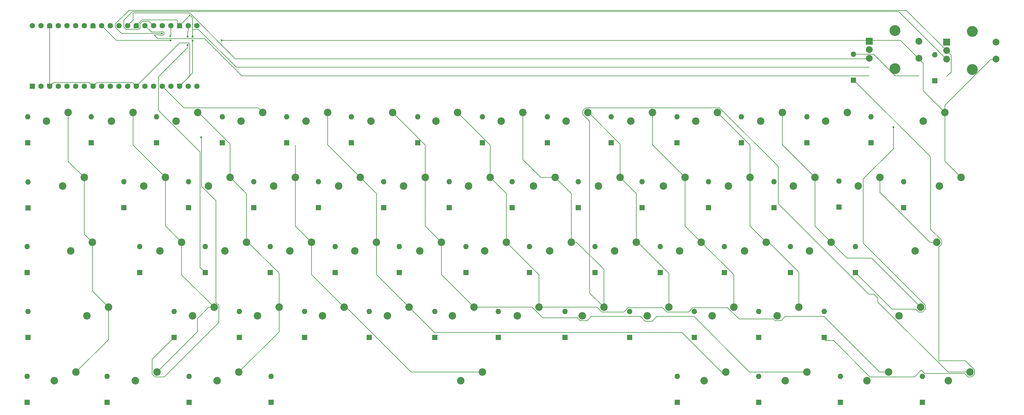
<source format=gbr>
%TF.GenerationSoftware,KiCad,Pcbnew,9.0.0*%
%TF.CreationDate,2025-06-15T21:52:09+05:30*%
%TF.ProjectId,keyboard,6b657962-6f61-4726-942e-6b696361645f,rev?*%
%TF.SameCoordinates,Original*%
%TF.FileFunction,Copper,L2,Bot*%
%TF.FilePolarity,Positive*%
%FSLAX46Y46*%
G04 Gerber Fmt 4.6, Leading zero omitted, Abs format (unit mm)*
G04 Created by KiCad (PCBNEW 9.0.0) date 2025-06-15 21:52:09*
%MOMM*%
%LPD*%
G01*
G04 APERTURE LIST*
G04 Aperture macros list*
%AMRoundRect*
0 Rectangle with rounded corners*
0 $1 Rounding radius*
0 $2 $3 $4 $5 $6 $7 $8 $9 X,Y pos of 4 corners*
0 Add a 4 corners polygon primitive as box body*
4,1,4,$2,$3,$4,$5,$6,$7,$8,$9,$2,$3,0*
0 Add four circle primitives for the rounded corners*
1,1,$1+$1,$2,$3*
1,1,$1+$1,$4,$5*
1,1,$1+$1,$6,$7*
1,1,$1+$1,$8,$9*
0 Add four rect primitives between the rounded corners*
20,1,$1+$1,$2,$3,$4,$5,0*
20,1,$1+$1,$4,$5,$6,$7,0*
20,1,$1+$1,$6,$7,$8,$9,0*
20,1,$1+$1,$8,$9,$2,$3,0*%
%AMFreePoly0*
4,1,37,0.603843,0.796157,0.639018,0.796157,0.711114,0.766294,0.766294,0.711114,0.796157,0.639018,0.796157,0.603843,0.800000,0.600000,0.800000,-0.600000,0.796157,-0.603843,0.796157,-0.639018,0.766294,-0.711114,0.711114,-0.766294,0.639018,-0.796157,0.603843,-0.796157,0.600000,-0.800000,0.000000,-0.800000,0.000000,-0.796148,-0.078414,-0.796148,-0.232228,-0.765552,-0.377117,-0.705537,
-0.507515,-0.618408,-0.618408,-0.507515,-0.705537,-0.377117,-0.765552,-0.232228,-0.796148,-0.078414,-0.796148,0.078414,-0.765552,0.232228,-0.705537,0.377117,-0.618408,0.507515,-0.507515,0.618408,-0.377117,0.705537,-0.232228,0.765552,-0.078414,0.796148,0.000000,0.796148,0.000000,0.800000,0.600000,0.800000,0.603843,0.796157,0.603843,0.796157,$1*%
%AMFreePoly1*
4,1,37,0.000000,0.796148,0.078414,0.796148,0.232228,0.765552,0.377117,0.705537,0.507515,0.618408,0.618408,0.507515,0.705537,0.377117,0.765552,0.232228,0.796148,0.078414,0.796148,-0.078414,0.765552,-0.232228,0.705537,-0.377117,0.618408,-0.507515,0.507515,-0.618408,0.377117,-0.705537,0.232228,-0.765552,0.078414,-0.796148,0.000000,-0.796148,0.000000,-0.800000,-0.600000,-0.800000,
-0.603843,-0.796157,-0.639018,-0.796157,-0.711114,-0.766294,-0.766294,-0.711114,-0.796157,-0.639018,-0.796157,-0.603843,-0.800000,-0.600000,-0.800000,0.600000,-0.796157,0.603843,-0.796157,0.639018,-0.766294,0.711114,-0.711114,0.766294,-0.639018,0.796157,-0.603843,0.796157,-0.600000,0.800000,0.000000,0.800000,0.000000,0.796148,0.000000,0.796148,$1*%
G04 Aperture macros list end*
%TA.AperFunction,ComponentPad*%
%ADD10C,2.200000*%
%TD*%
%TA.AperFunction,ComponentPad*%
%ADD11R,1.600000X1.600000*%
%TD*%
%TA.AperFunction,ComponentPad*%
%ADD12O,1.600000X1.600000*%
%TD*%
%TA.AperFunction,ComponentPad*%
%ADD13RoundRect,0.200000X0.600000X-0.600000X0.600000X0.600000X-0.600000X0.600000X-0.600000X-0.600000X0*%
%TD*%
%TA.AperFunction,ComponentPad*%
%ADD14C,1.600000*%
%TD*%
%TA.AperFunction,ComponentPad*%
%ADD15FreePoly0,90.000000*%
%TD*%
%TA.AperFunction,ComponentPad*%
%ADD16FreePoly1,90.000000*%
%TD*%
%TA.AperFunction,ComponentPad*%
%ADD17R,2.000000X2.000000*%
%TD*%
%TA.AperFunction,ComponentPad*%
%ADD18C,2.000000*%
%TD*%
%TA.AperFunction,ComponentPad*%
%ADD19C,3.200000*%
%TD*%
%TA.AperFunction,ViaPad*%
%ADD20C,0.600000*%
%TD*%
%TA.AperFunction,Conductor*%
%ADD21C,0.200000*%
%TD*%
G04 APERTURE END LIST*
D10*
%TO.P,SW7,1,1*%
%TO.N,Net-(U1-GPIO9)*%
X140710000Y-48710000D03*
%TO.P,SW7,2,2*%
%TO.N,Net-(D7-A)*%
X134360000Y-51250000D03*
%TD*%
%TO.P,SW45,1,1*%
%TO.N,Net-(U1-GPIO12)*%
X107420000Y-105870000D03*
%TO.P,SW45,2,2*%
%TO.N,Net-(D45-A)*%
X101070000Y-108410000D03*
%TD*%
%TO.P,SW58,1,1*%
%TO.N,Net-(U1-GPIO11)*%
X219350000Y-124920000D03*
%TO.P,SW58,2,2*%
%TO.N,Net-(D58-A)*%
X213000000Y-127460000D03*
%TD*%
%TO.P,SW30,1,1*%
%TO.N,Net-(U1-GPIO14)*%
X59760000Y-86780000D03*
%TO.P,SW30,2,2*%
%TO.N,Net-(D30-A)*%
X53410000Y-89320000D03*
%TD*%
%TO.P,SW49,1,1*%
%TO.N,Net-(U1-GPIO8)*%
X183590000Y-105850000D03*
%TO.P,SW49,2,2*%
%TO.N,Net-(D49-A)*%
X177240000Y-108390000D03*
%TD*%
%TO.P,SW43,1,1*%
%TO.N,Net-(U1-GPIO14)*%
X69270000Y-105860000D03*
%TO.P,SW43,2,2*%
%TO.N,Net-(D43-A)*%
X62920000Y-108400000D03*
%TD*%
%TO.P,SW18,1,1*%
%TO.N,Net-(U1-GPIO12)*%
X93110000Y-67770000D03*
%TO.P,SW18,2,2*%
%TO.N,Net-(D18-A)*%
X86760000Y-70310000D03*
%TD*%
%TO.P,SW22,1,1*%
%TO.N,Net-(U1-GPIO8)*%
X169330000Y-67770000D03*
%TO.P,SW22,2,2*%
%TO.N,Net-(D22-A)*%
X162980000Y-70310000D03*
%TD*%
%TO.P,SW10,1,1*%
%TO.N,Net-(U1-GPIO6)*%
X197870000Y-48710000D03*
%TO.P,SW10,2,2*%
%TO.N,Net-(D10-A)*%
X191520000Y-51250000D03*
%TD*%
%TO.P,SW59,1,1*%
%TO.N,Net-(U1-GPIO10)*%
X243170000Y-124890000D03*
%TO.P,SW59,2,2*%
%TO.N,Net-(D59-A)*%
X236820000Y-127430000D03*
%TD*%
%TO.P,SW57,1,1*%
%TO.N,Net-(U1-GPIO12)*%
X147960000Y-124920000D03*
%TO.P,SW57,2,2*%
%TO.N,Net-(D57-A)*%
X141610000Y-127460000D03*
%TD*%
%TO.P,SW25,1,1*%
%TO.N,Net-(U1-GPIO0)*%
X226470000Y-67770000D03*
%TO.P,SW25,2,2*%
%TO.N,Net-(D25-A)*%
X220120000Y-70310000D03*
%TD*%
%TO.P,SW52,1,1*%
%TO.N,Net-(U1-GPIO0)*%
X240740000Y-105850000D03*
%TO.P,SW52,2,2*%
%TO.N,Net-(D52-A)*%
X234390000Y-108390000D03*
%TD*%
D11*
%TO.P,D50,1,K*%
%TO.N,Net-(D42-K)*%
X191120000Y-114740000D03*
D12*
%TO.P,D50,2,A*%
%TO.N,Net-(D50-A)*%
X191120000Y-107120000D03*
%TD*%
D10*
%TO.P,SW51,1,1*%
%TO.N,Net-(U1-GPIO6)*%
X221670000Y-105850000D03*
%TO.P,SW51,2,2*%
%TO.N,Net-(D51-A)*%
X215320000Y-108390000D03*
%TD*%
%TO.P,SW26,1,1*%
%TO.N,Net-(U1-GPIO1)*%
X245520000Y-67770000D03*
%TO.P,SW26,2,2*%
%TO.N,Net-(D26-A)*%
X239170000Y-70310000D03*
%TD*%
%TO.P,SW16,1,1*%
%TO.N,Net-(U1-GPIO14)*%
X54980000Y-67770000D03*
%TO.P,SW16,2,2*%
%TO.N,Net-(D16-A)*%
X48630000Y-70310000D03*
%TD*%
%TO.P,SW34,1,1*%
%TO.N,Net-(U1-GPIO10)*%
X135930000Y-86780000D03*
%TO.P,SW34,2,2*%
%TO.N,Net-(D34-A)*%
X129580000Y-89320000D03*
%TD*%
%TO.P,SW28,1,1*%
%TO.N,Net-(U1-GPIO27_ADC1)*%
X288350000Y-67770000D03*
%TO.P,SW28,2,2*%
%TO.N,Net-(D28-A)*%
X282000000Y-70310000D03*
%TD*%
%TO.P,SW60,1,1*%
%TO.N,Net-(U1-GPIO9)*%
X267100000Y-124920000D03*
%TO.P,SW60,2,2*%
%TO.N,Net-(D60-A)*%
X260750000Y-127460000D03*
%TD*%
%TO.P,SW36,1,1*%
%TO.N,Net-(U1-GPIO8)*%
X174020000Y-86780000D03*
%TO.P,SW36,2,2*%
%TO.N,Net-(D36-A)*%
X167670000Y-89320000D03*
%TD*%
%TO.P,SW15,1,1*%
%TO.N,Net-(U1-GPIO15)*%
X31170000Y-67770000D03*
%TO.P,SW15,2,2*%
%TO.N,Net-(D15-A)*%
X24820000Y-70310000D03*
%TD*%
%TO.P,SW4,1,1*%
%TO.N,Net-(U1-GPIO12)*%
X83570000Y-48710000D03*
%TO.P,SW4,2,2*%
%TO.N,Net-(D4-A)*%
X77220000Y-51250000D03*
%TD*%
%TO.P,SW38,1,1*%
%TO.N,Net-(U1-GPIO6)*%
X212170000Y-86780000D03*
%TO.P,SW38,2,2*%
%TO.N,Net-(D38-A)*%
X205820000Y-89320000D03*
%TD*%
%TO.P,SW35,1,1*%
%TO.N,Net-(U1-GPIO9)*%
X154990000Y-86780000D03*
%TO.P,SW35,2,2*%
%TO.N,Net-(D35-A)*%
X148640000Y-89320000D03*
%TD*%
%TO.P,SW44,1,1*%
%TO.N,Net-(U1-GPIO13)*%
X88350000Y-105880000D03*
%TO.P,SW44,2,2*%
%TO.N,Net-(D44-A)*%
X82000000Y-108420000D03*
%TD*%
%TO.P,SW31,1,1*%
%TO.N,Net-(U1-GPIO13)*%
X78790000Y-86780000D03*
%TO.P,SW31,2,2*%
%TO.N,Net-(D31-A)*%
X72440000Y-89320000D03*
%TD*%
%TO.P,SW33,1,1*%
%TO.N,Net-(U1-GPIO11)*%
X116880000Y-86780000D03*
%TO.P,SW33,2,2*%
%TO.N,Net-(D33-A)*%
X110530000Y-89320000D03*
%TD*%
%TO.P,SW23,1,1*%
%TO.N,Net-(U1-GPIO7)*%
X188390000Y-67770000D03*
%TO.P,SW23,2,2*%
%TO.N,Net-(D23-A)*%
X182040000Y-70310000D03*
%TD*%
%TO.P,SW41,1,1*%
%TO.N,Net-(U1-GPIO28_ADC2)*%
X281230000Y-86790000D03*
%TO.P,SW41,2,2*%
%TO.N,Net-(D41-A)*%
X274880000Y-89330000D03*
%TD*%
%TO.P,SW21,1,1*%
%TO.N,Net-(U1-GPIO9)*%
X150280000Y-67770000D03*
%TO.P,SW21,2,2*%
%TO.N,Net-(D21-A)*%
X143930000Y-70310000D03*
%TD*%
%TO.P,SW17,1,1*%
%TO.N,Net-(U1-GPIO13)*%
X74010000Y-67770000D03*
%TO.P,SW17,2,2*%
%TO.N,Net-(D17-A)*%
X67660000Y-70310000D03*
%TD*%
%TO.P,SW14,1,1*%
%TO.N,Net-(U1-GPIO27_ADC1)*%
X283590000Y-48710000D03*
%TO.P,SW14,2,2*%
%TO.N,Net-(D14-A)*%
X277240000Y-51250000D03*
%TD*%
%TO.P,SW19,1,1*%
%TO.N,Net-(U1-GPIO11)*%
X112150000Y-67770000D03*
%TO.P,SW19,2,2*%
%TO.N,Net-(D19-A)*%
X105800000Y-70310000D03*
%TD*%
%TO.P,SW27,1,1*%
%TO.N,Net-(U1-GPIO28_ADC2)*%
X264570000Y-67770000D03*
%TO.P,SW27,2,2*%
%TO.N,Net-(D27-A)*%
X258220000Y-70310000D03*
%TD*%
%TO.P,SW12,1,1*%
%TO.N,Net-(U1-GPIO1)*%
X235970000Y-48710000D03*
%TO.P,SW12,2,2*%
%TO.N,Net-(D12-A)*%
X229620000Y-51250000D03*
%TD*%
%TO.P,SW61,1,1*%
%TO.N,Net-(U1-GPIO8)*%
X290930000Y-124920000D03*
%TO.P,SW61,2,2*%
%TO.N,Net-(D61-A)*%
X284580000Y-127460000D03*
%TD*%
%TO.P,SW8,1,1*%
%TO.N,Net-(U1-GPIO8)*%
X159790000Y-48710000D03*
%TO.P,SW8,2,2*%
%TO.N,Net-(D8-A)*%
X153440000Y-51250000D03*
%TD*%
%TO.P,SW48,1,1*%
%TO.N,Net-(U1-GPIO9)*%
X164550000Y-105860000D03*
%TO.P,SW48,2,2*%
%TO.N,Net-(D48-A)*%
X158200000Y-108400000D03*
%TD*%
D13*
%TO.P,U1,1,GPIO0*%
%TO.N,Net-(U1-GPIO0)*%
X15970000Y-40960000D03*
D14*
%TO.P,U1,2,GPIO1*%
%TO.N,Net-(U1-GPIO1)*%
X18510000Y-40960000D03*
D15*
%TO.P,U1,3,GND*%
%TO.N,GND*%
X21050000Y-40960000D03*
D14*
%TO.P,U1,4,GPIO2*%
%TO.N,unconnected-(U1-GPIO2-Pad4)*%
X23590000Y-40960000D03*
%TO.P,U1,5,GPIO3*%
%TO.N,unconnected-(U1-GPIO3-Pad5)*%
X26130000Y-40960000D03*
%TO.P,U1,6,GPIO4*%
%TO.N,Net-(D1-K)*%
X28670000Y-40960000D03*
%TO.P,U1,7,GPIO5*%
%TO.N,Net-(D15-K)*%
X31210000Y-40960000D03*
D15*
%TO.P,U1,8,GND*%
%TO.N,GND*%
X33750000Y-40960000D03*
D14*
%TO.P,U1,9,GPIO6*%
%TO.N,Net-(U1-GPIO6)*%
X36290000Y-40960000D03*
%TO.P,U1,10,GPIO7*%
%TO.N,Net-(U1-GPIO7)*%
X38830000Y-40960000D03*
%TO.P,U1,11,GPIO8*%
%TO.N,Net-(U1-GPIO8)*%
X41370000Y-40960000D03*
%TO.P,U1,12,GPIO9*%
%TO.N,Net-(U1-GPIO9)*%
X43910000Y-40960000D03*
D15*
%TO.P,U1,13,GND*%
%TO.N,GND*%
X46450000Y-40960000D03*
D14*
%TO.P,U1,14,GPIO10*%
%TO.N,Net-(U1-GPIO10)*%
X48990000Y-40960000D03*
%TO.P,U1,15,GPIO11*%
%TO.N,Net-(U1-GPIO11)*%
X51530000Y-40960000D03*
%TO.P,U1,16,GPIO12*%
%TO.N,Net-(U1-GPIO12)*%
X54070000Y-40960000D03*
%TO.P,U1,17,GPIO13*%
%TO.N,Net-(U1-GPIO13)*%
X56610000Y-40960000D03*
D15*
%TO.P,U1,18,GND*%
%TO.N,GND*%
X59150000Y-40960000D03*
D14*
%TO.P,U1,19,GPIO14*%
%TO.N,Net-(U1-GPIO14)*%
X61690000Y-40960000D03*
%TO.P,U1,20,GPIO15*%
%TO.N,Net-(U1-GPIO15)*%
X64230000Y-40960000D03*
%TO.P,U1,21,GPIO16*%
%TO.N,unconnected-(U1-GPIO16-Pad21)*%
X64230000Y-23180000D03*
%TO.P,U1,22,GPIO17*%
%TO.N,Net-(D29-K)*%
X61690000Y-23180000D03*
D16*
%TO.P,U1,23,GND*%
%TO.N,GND*%
X59150000Y-23180000D03*
D14*
%TO.P,U1,24,GPIO18*%
%TO.N,Net-(D42-K)*%
X56610000Y-23180000D03*
%TO.P,U1,25,GPIO19*%
%TO.N,uncb*%
X54070000Y-23180000D03*
%TO.P,U1,26,GPIO20*%
%TO.N,unca*%
X51530000Y-23180000D03*
%TO.P,U1,27,GPIO21*%
%TO.N,encb*%
X48990000Y-23180000D03*
D16*
%TO.P,U1,28,GND*%
%TO.N,GND*%
X46450000Y-23180000D03*
D14*
%TO.P,U1,29,GPIO22*%
%TO.N,enca*%
X43910000Y-23180000D03*
%TO.P,U1,30,RUN*%
%TO.N,unconnected-(U1-RUN-Pad30)*%
X41370000Y-23180000D03*
%TO.P,U1,31,GPIO26_ADC0*%
%TO.N,Net-(D54-K)*%
X38830000Y-23180000D03*
%TO.P,U1,32,GPIO27_ADC1*%
%TO.N,Net-(U1-GPIO27_ADC1)*%
X36290000Y-23180000D03*
D16*
%TO.P,U1,33,AGND*%
%TO.N,unconnected-(U1-AGND-Pad33)*%
X33750000Y-23180000D03*
D14*
%TO.P,U1,34,GPIO28_ADC2*%
%TO.N,Net-(U1-GPIO28_ADC2)*%
X31210000Y-23180000D03*
%TO.P,U1,35,ADC_VREF*%
%TO.N,unconnected-(U1-ADC_VREF-Pad35)*%
X28670000Y-23180000D03*
%TO.P,U1,36,3V3*%
%TO.N,unconnected-(U1-3V3-Pad36)*%
X26130000Y-23180000D03*
%TO.P,U1,37,3V3_EN*%
%TO.N,unconnected-(U1-3V3_EN-Pad37)*%
X23590000Y-23180000D03*
D16*
%TO.P,U1,38,GND*%
%TO.N,GND*%
X21050000Y-23180000D03*
D14*
%TO.P,U1,39,VSYS*%
%TO.N,unconnected-(U1-VSYS-Pad39)*%
X18510000Y-23180000D03*
%TO.P,U1,40,VBUS*%
%TO.N,unconnected-(U1-VBUS-Pad40)*%
X15970000Y-23180000D03*
%TD*%
D10*
%TO.P,SW50,1,1*%
%TO.N,Net-(U1-GPIO7)*%
X202640000Y-105850000D03*
%TO.P,SW50,2,2*%
%TO.N,Net-(D50-A)*%
X196290000Y-108390000D03*
%TD*%
%TO.P,SW37,1,1*%
%TO.N,Net-(U1-GPIO7)*%
X193120000Y-86780000D03*
%TO.P,SW37,2,2*%
%TO.N,Net-(D37-A)*%
X186770000Y-89320000D03*
%TD*%
D17*
%TO.P,SW62,A,A*%
%TO.N,unca*%
X284130000Y-28000000D03*
D18*
%TO.P,SW62,B,B*%
%TO.N,uncb*%
X284130000Y-33000000D03*
%TO.P,SW62,C,C*%
%TO.N,GND*%
X284130000Y-30500000D03*
D19*
%TO.P,SW62,MP*%
%TO.N,N/C*%
X291630000Y-24900000D03*
X291630000Y-36100000D03*
D18*
%TO.P,SW62,S1,S1*%
%TO.N,Net-(D62-A)*%
X298630000Y-33000000D03*
%TO.P,SW62,S2,S2*%
%TO.N,Net-(U1-GPIO27_ADC1)*%
X298630000Y-28000000D03*
%TD*%
D10*
%TO.P,SW3,1,1*%
%TO.N,Net-(U1-GPIO13)*%
X64510000Y-48710000D03*
%TO.P,SW3,2,2*%
%TO.N,Net-(D3-A)*%
X58160000Y-51250000D03*
%TD*%
%TO.P,SW56,1,1*%
%TO.N,Net-(U1-GPIO13)*%
X76540000Y-124920000D03*
%TO.P,SW56,2,2*%
%TO.N,Net-(D56-A)*%
X70190000Y-127460000D03*
%TD*%
%TO.P,SW42,1,1*%
%TO.N,Net-(U1-GPIO15)*%
X38290000Y-105812500D03*
%TO.P,SW42,2,2*%
%TO.N,Net-(D42-A)*%
X31940000Y-108352500D03*
%TD*%
%TO.P,SW1,1,1*%
%TO.N,Net-(U1-GPIO15)*%
X26460000Y-48710000D03*
%TO.P,SW1,2,2*%
%TO.N,Net-(D1-A)*%
X20110000Y-51250000D03*
%TD*%
%TO.P,SW24,1,1*%
%TO.N,Net-(U1-GPIO6)*%
X207440000Y-67770000D03*
%TO.P,SW24,2,2*%
%TO.N,Net-(D24-A)*%
X201090000Y-70310000D03*
%TD*%
%TO.P,SW32,1,1*%
%TO.N,Net-(U1-GPIO12)*%
X97850000Y-86780000D03*
%TO.P,SW32,2,2*%
%TO.N,Net-(D32-A)*%
X91500000Y-89320000D03*
%TD*%
%TO.P,SW6,1,1*%
%TO.N,Net-(U1-GPIO10)*%
X121650000Y-48710000D03*
%TO.P,SW6,2,2*%
%TO.N,Net-(D6-A)*%
X115300000Y-51250000D03*
%TD*%
%TO.P,SW46,1,1*%
%TO.N,Net-(U1-GPIO11)*%
X126460000Y-105860000D03*
%TO.P,SW46,2,2*%
%TO.N,Net-(D46-A)*%
X120110000Y-108400000D03*
%TD*%
%TO.P,SW2,1,1*%
%TO.N,Net-(U1-GPIO14)*%
X45490000Y-48710000D03*
%TO.P,SW2,2,2*%
%TO.N,Net-(D2-A)*%
X39140000Y-51250000D03*
%TD*%
%TO.P,SW54,1,1*%
%TO.N,Net-(U1-GPIO15)*%
X28750000Y-124920000D03*
%TO.P,SW54,2,2*%
%TO.N,Net-(D54-A)*%
X22400000Y-127460000D03*
%TD*%
%TO.P,SW53,1,1*%
%TO.N,Net-(U1-GPIO1)*%
X276480000Y-105850000D03*
%TO.P,SW53,2,2*%
%TO.N,Net-(D53-A)*%
X270130000Y-108390000D03*
%TD*%
%TO.P,SW13,1,1*%
%TO.N,Net-(U1-GPIO28_ADC2)*%
X255020000Y-48710000D03*
%TO.P,SW13,2,2*%
%TO.N,Net-(D13-A)*%
X248670000Y-51250000D03*
%TD*%
%TO.P,SW9,1,1*%
%TO.N,Net-(U1-GPIO7)*%
X178830000Y-48710000D03*
%TO.P,SW9,2,2*%
%TO.N,Net-(D9-A)*%
X172480000Y-51250000D03*
%TD*%
%TO.P,SW11,1,1*%
%TO.N,Net-(U1-GPIO0)*%
X216900000Y-48710000D03*
%TO.P,SW11,2,2*%
%TO.N,Net-(D11-A)*%
X210550000Y-51250000D03*
%TD*%
%TO.P,SW47,1,1*%
%TO.N,Net-(U1-GPIO10)*%
X145510000Y-105860000D03*
%TO.P,SW47,2,2*%
%TO.N,Net-(D47-A)*%
X139160000Y-108400000D03*
%TD*%
%TO.P,SW20,1,1*%
%TO.N,Net-(U1-GPIO10)*%
X131230000Y-67770000D03*
%TO.P,SW20,2,2*%
%TO.N,Net-(D20-A)*%
X124880000Y-70310000D03*
%TD*%
%TO.P,SW55,1,1*%
%TO.N,Net-(U1-GPIO14)*%
X52540000Y-124920000D03*
%TO.P,SW55,2,2*%
%TO.N,Net-(D55-A)*%
X46190000Y-127460000D03*
%TD*%
%TO.P,SW39,1,1*%
%TO.N,Net-(U1-GPIO0)*%
X231210000Y-86780000D03*
%TO.P,SW39,2,2*%
%TO.N,Net-(D39-A)*%
X224860000Y-89320000D03*
%TD*%
D17*
%TO.P,SW63,A,A*%
%TO.N,enca*%
X261460000Y-27760000D03*
D18*
%TO.P,SW63,B,B*%
%TO.N,encb*%
X261460000Y-32760000D03*
%TO.P,SW63,C,C*%
%TO.N,GND*%
X261460000Y-30260000D03*
D19*
%TO.P,SW63,MP*%
%TO.N,N/C*%
X268960000Y-24660000D03*
X268960000Y-35860000D03*
D18*
%TO.P,SW63,S1,S1*%
%TO.N,Net-(D63-A)*%
X275960000Y-32760000D03*
%TO.P,SW63,S2,S2*%
%TO.N,Net-(U1-GPIO27_ADC1)*%
X275960000Y-27760000D03*
%TD*%
D10*
%TO.P,SW5,1,1*%
%TO.N,Net-(U1-GPIO11)*%
X102600000Y-48710000D03*
%TO.P,SW5,2,2*%
%TO.N,Net-(D5-A)*%
X96250000Y-51250000D03*
%TD*%
%TO.P,SW40,1,1*%
%TO.N,Net-(U1-GPIO1)*%
X250270000Y-86780000D03*
%TO.P,SW40,2,2*%
%TO.N,Net-(D40-A)*%
X243920000Y-89320000D03*
%TD*%
%TO.P,SW29,1,1*%
%TO.N,Net-(U1-GPIO15)*%
X33560000Y-86780000D03*
%TO.P,SW29,2,2*%
%TO.N,Net-(D29-A)*%
X27210000Y-89320000D03*
%TD*%
D11*
%TO.P,D54,1,K*%
%TO.N,Net-(D54-K)*%
X14450000Y-133810000D03*
D12*
%TO.P,D54,2,A*%
%TO.N,Net-(D54-A)*%
X14450000Y-126190000D03*
%TD*%
D11*
%TO.P,D20,1,K*%
%TO.N,Net-(D15-K)*%
X176110000Y-76660000D03*
D12*
%TO.P,D20,2,A*%
%TO.N,Net-(D20-A)*%
X176110000Y-69040000D03*
%TD*%
D11*
%TO.P,D11,1,K*%
%TO.N,Net-(D1-K)*%
X90600000Y-57600000D03*
D12*
%TO.P,D11,2,A*%
%TO.N,Net-(D11-A)*%
X90600000Y-49980000D03*
%TD*%
D11*
%TO.P,D12,1,K*%
%TO.N,Net-(D1-K)*%
X71720000Y-57600000D03*
D12*
%TO.P,D12,2,A*%
%TO.N,Net-(D12-A)*%
X71720000Y-49980000D03*
%TD*%
D11*
%TO.P,D35,1,K*%
%TO.N,Net-(D29-K)*%
X143160000Y-95670000D03*
D12*
%TO.P,D35,2,A*%
%TO.N,Net-(D35-A)*%
X143160000Y-88050000D03*
%TD*%
D11*
%TO.P,D13,1,K*%
%TO.N,Net-(D1-K)*%
X52390000Y-57600000D03*
D12*
%TO.P,D13,2,A*%
%TO.N,Net-(D13-A)*%
X52390000Y-49980000D03*
%TD*%
D11*
%TO.P,D40,1,K*%
%TO.N,Net-(D29-K)*%
X238270000Y-95670000D03*
D12*
%TO.P,D40,2,A*%
%TO.N,Net-(D40-A)*%
X238270000Y-88050000D03*
%TD*%
D11*
%TO.P,D56,1,K*%
%TO.N,Net-(D54-K)*%
X61920000Y-133810000D03*
D12*
%TO.P,D56,2,A*%
%TO.N,Net-(D56-A)*%
X61920000Y-126190000D03*
%TD*%
D11*
%TO.P,D47,1,K*%
%TO.N,Net-(D42-K)*%
X134010000Y-114740000D03*
D12*
%TO.P,D47,2,A*%
%TO.N,Net-(D47-A)*%
X134010000Y-107120000D03*
%TD*%
D11*
%TO.P,D55,1,K*%
%TO.N,Net-(D54-K)*%
X37860000Y-133810000D03*
D12*
%TO.P,D55,2,A*%
%TO.N,Net-(D55-A)*%
X37860000Y-126190000D03*
%TD*%
D11*
%TO.P,D33,1,K*%
%TO.N,Net-(D29-K)*%
X104760000Y-95670000D03*
D12*
%TO.P,D33,2,A*%
%TO.N,Net-(D33-A)*%
X104760000Y-88050000D03*
%TD*%
D11*
%TO.P,D17,1,K*%
%TO.N,Net-(D15-K)*%
X233500000Y-76660000D03*
D12*
%TO.P,D17,2,A*%
%TO.N,Net-(D17-A)*%
X233500000Y-69040000D03*
%TD*%
D11*
%TO.P,D49,1,K*%
%TO.N,Net-(D42-K)*%
X172200000Y-114740000D03*
D12*
%TO.P,D49,2,A*%
%TO.N,Net-(D49-A)*%
X172200000Y-107120000D03*
%TD*%
D11*
%TO.P,D32,1,K*%
%TO.N,Net-(D29-K)*%
X85750000Y-95670000D03*
D12*
%TO.P,D32,2,A*%
%TO.N,Net-(D32-A)*%
X85750000Y-88050000D03*
%TD*%
D11*
%TO.P,D42,1,K*%
%TO.N,Net-(D42-K)*%
X14700000Y-114740000D03*
D12*
%TO.P,D42,2,A*%
%TO.N,Net-(D42-A)*%
X14700000Y-107120000D03*
%TD*%
D11*
%TO.P,D51,1,K*%
%TO.N,Net-(D42-K)*%
X210130000Y-114740000D03*
D12*
%TO.P,D51,2,A*%
%TO.N,Net-(D51-A)*%
X210130000Y-107120000D03*
%TD*%
D11*
%TO.P,D24,1,K*%
%TO.N,Net-(D15-K)*%
X99910000Y-76660000D03*
D12*
%TO.P,D24,2,A*%
%TO.N,Net-(D24-A)*%
X99910000Y-69040000D03*
%TD*%
D11*
%TO.P,D62,1,K*%
%TO.N,Net-(D29-K)*%
X280630000Y-39410000D03*
D12*
%TO.P,D62,2,A*%
%TO.N,Net-(D62-A)*%
X280630000Y-31790000D03*
%TD*%
D11*
%TO.P,D8,1,K*%
%TO.N,Net-(D1-K)*%
X147950000Y-57600000D03*
D12*
%TO.P,D8,2,A*%
%TO.N,Net-(D8-A)*%
X147950000Y-49980000D03*
%TD*%
D11*
%TO.P,D6,1,K*%
%TO.N,Net-(D1-K)*%
X185700000Y-57600000D03*
D12*
%TO.P,D6,2,A*%
%TO.N,Net-(D6-A)*%
X185700000Y-49980000D03*
%TD*%
D11*
%TO.P,D61,1,K*%
%TO.N,Net-(D54-K)*%
X276980000Y-133810000D03*
D12*
%TO.P,D61,2,A*%
%TO.N,Net-(D61-A)*%
X276980000Y-126190000D03*
%TD*%
D11*
%TO.P,D3,1,K*%
%TO.N,Net-(D1-K)*%
X243110000Y-57600000D03*
D12*
%TO.P,D3,2,A*%
%TO.N,Net-(D3-A)*%
X243110000Y-49980000D03*
%TD*%
D11*
%TO.P,D41,1,K*%
%TO.N,Net-(D29-K)*%
X257360000Y-95670000D03*
D12*
%TO.P,D41,2,A*%
%TO.N,Net-(D41-A)*%
X257360000Y-88050000D03*
%TD*%
D11*
%TO.P,D31,1,K*%
%TO.N,Net-(D29-K)*%
X66660000Y-95670000D03*
D12*
%TO.P,D31,2,A*%
%TO.N,Net-(D31-A)*%
X66660000Y-88050000D03*
%TD*%
D11*
%TO.P,D9,1,K*%
%TO.N,Net-(D1-K)*%
X128980000Y-57600000D03*
D12*
%TO.P,D9,2,A*%
%TO.N,Net-(D9-A)*%
X128980000Y-49980000D03*
%TD*%
D11*
%TO.P,D22,1,K*%
%TO.N,Net-(D15-K)*%
X138190000Y-76660000D03*
D12*
%TO.P,D22,2,A*%
%TO.N,Net-(D22-A)*%
X138190000Y-69040000D03*
%TD*%
D11*
%TO.P,D27,1,K*%
%TO.N,Net-(D15-K)*%
X42790000Y-76660000D03*
D12*
%TO.P,D27,2,A*%
%TO.N,Net-(D27-A)*%
X42790000Y-69040000D03*
%TD*%
D11*
%TO.P,D23,1,K*%
%TO.N,Net-(D15-K)*%
X119030000Y-76660000D03*
D12*
%TO.P,D23,2,A*%
%TO.N,Net-(D23-A)*%
X119030000Y-69040000D03*
%TD*%
D11*
%TO.P,D36,1,K*%
%TO.N,Net-(D29-K)*%
X161750000Y-95670000D03*
D12*
%TO.P,D36,2,A*%
%TO.N,Net-(D36-A)*%
X161750000Y-88050000D03*
%TD*%
D11*
%TO.P,D52,1,K*%
%TO.N,Net-(D42-K)*%
X229030000Y-114740000D03*
D12*
%TO.P,D52,2,A*%
%TO.N,Net-(D52-A)*%
X229030000Y-107120000D03*
%TD*%
D11*
%TO.P,D58,1,K*%
%TO.N,Net-(D54-K)*%
X205130000Y-133810000D03*
D12*
%TO.P,D58,2,A*%
%TO.N,Net-(D58-A)*%
X205130000Y-126190000D03*
%TD*%
D11*
%TO.P,D28,1,K*%
%TO.N,Net-(D15-K)*%
X14670000Y-76760000D03*
D12*
%TO.P,D28,2,A*%
%TO.N,Net-(D28-A)*%
X14670000Y-69140000D03*
%TD*%
D11*
%TO.P,D7,1,K*%
%TO.N,Net-(D1-K)*%
X166980000Y-57600000D03*
D12*
%TO.P,D7,2,A*%
%TO.N,Net-(D7-A)*%
X166980000Y-49980000D03*
%TD*%
D11*
%TO.P,D63,1,K*%
%TO.N,Net-(D42-K)*%
X256730000Y-39240000D03*
D12*
%TO.P,D63,2,A*%
%TO.N,Net-(D63-A)*%
X256730000Y-31620000D03*
%TD*%
D11*
%TO.P,D1,1,K*%
%TO.N,Net-(D1-K)*%
X14630000Y-57580000D03*
D12*
%TO.P,D1,2,A*%
%TO.N,Net-(D1-A)*%
X14630000Y-49960000D03*
%TD*%
D11*
%TO.P,D37,1,K*%
%TO.N,Net-(D29-K)*%
X181020000Y-95670000D03*
D12*
%TO.P,D37,2,A*%
%TO.N,Net-(D37-A)*%
X181020000Y-88050000D03*
%TD*%
D11*
%TO.P,D21,1,K*%
%TO.N,Net-(D15-K)*%
X156670000Y-76660000D03*
D12*
%TO.P,D21,2,A*%
%TO.N,Net-(D21-A)*%
X156670000Y-69040000D03*
%TD*%
D11*
%TO.P,D5,1,K*%
%TO.N,Net-(D1-K)*%
X205030000Y-57600000D03*
D12*
%TO.P,D5,2,A*%
%TO.N,Net-(D5-A)*%
X205030000Y-49980000D03*
%TD*%
D11*
%TO.P,D14,1,K*%
%TO.N,Net-(D1-K)*%
X33260000Y-57600000D03*
D12*
%TO.P,D14,2,A*%
%TO.N,Net-(D14-A)*%
X33260000Y-49980000D03*
%TD*%
D11*
%TO.P,D2,1,K*%
%TO.N,Net-(D1-K)*%
X261940000Y-57600000D03*
D12*
%TO.P,D2,2,A*%
%TO.N,Net-(D2-A)*%
X261940000Y-49980000D03*
%TD*%
D11*
%TO.P,D59,1,K*%
%TO.N,Net-(D54-K)*%
X229030000Y-133810000D03*
D12*
%TO.P,D59,2,A*%
%TO.N,Net-(D59-A)*%
X229030000Y-126190000D03*
%TD*%
D11*
%TO.P,D38,1,K*%
%TO.N,Net-(D29-K)*%
X200140000Y-95670000D03*
D12*
%TO.P,D38,2,A*%
%TO.N,Net-(D38-A)*%
X200140000Y-88050000D03*
%TD*%
D11*
%TO.P,D39,1,K*%
%TO.N,Net-(D29-K)*%
X218940000Y-95670000D03*
D12*
%TO.P,D39,2,A*%
%TO.N,Net-(D39-A)*%
X218940000Y-88050000D03*
%TD*%
D11*
%TO.P,D10,1,K*%
%TO.N,Net-(D1-K)*%
X109490000Y-57600000D03*
D12*
%TO.P,D10,2,A*%
%TO.N,Net-(D10-A)*%
X109490000Y-49980000D03*
%TD*%
D11*
%TO.P,D19,1,K*%
%TO.N,Net-(D15-K)*%
X194800000Y-76660000D03*
D12*
%TO.P,D19,2,A*%
%TO.N,Net-(D19-A)*%
X194800000Y-69040000D03*
%TD*%
D11*
%TO.P,D48,1,K*%
%TO.N,Net-(D42-K)*%
X152650000Y-114740000D03*
D12*
%TO.P,D48,2,A*%
%TO.N,Net-(D48-A)*%
X152650000Y-107120000D03*
%TD*%
D11*
%TO.P,D15,1,K*%
%TO.N,Net-(D15-K)*%
X271480000Y-76600000D03*
D12*
%TO.P,D15,2,A*%
%TO.N,Net-(D15-A)*%
X271480000Y-68980000D03*
%TD*%
D11*
%TO.P,D4,1,K*%
%TO.N,Net-(D1-K)*%
X223930000Y-57600000D03*
D12*
%TO.P,D4,2,A*%
%TO.N,Net-(D4-A)*%
X223930000Y-49980000D03*
%TD*%
D11*
%TO.P,D25,1,K*%
%TO.N,Net-(D15-K)*%
X80950000Y-76660000D03*
D12*
%TO.P,D25,2,A*%
%TO.N,Net-(D25-A)*%
X80950000Y-69040000D03*
%TD*%
D11*
%TO.P,D44,1,K*%
%TO.N,Net-(D42-K)*%
X76660000Y-114740000D03*
D12*
%TO.P,D44,2,A*%
%TO.N,Net-(D44-A)*%
X76660000Y-107120000D03*
%TD*%
D11*
%TO.P,D18,1,K*%
%TO.N,Net-(D15-K)*%
X214240000Y-76660000D03*
D12*
%TO.P,D18,2,A*%
%TO.N,Net-(D18-A)*%
X214240000Y-69040000D03*
%TD*%
D11*
%TO.P,D34,1,K*%
%TO.N,Net-(D29-K)*%
X123620000Y-95670000D03*
D12*
%TO.P,D34,2,A*%
%TO.N,Net-(D34-A)*%
X123620000Y-88050000D03*
%TD*%
D11*
%TO.P,D29,1,K*%
%TO.N,Net-(D29-K)*%
X14440000Y-95670000D03*
D12*
%TO.P,D29,2,A*%
%TO.N,Net-(D29-A)*%
X14440000Y-88050000D03*
%TD*%
D11*
%TO.P,D16,1,K*%
%TO.N,Net-(D15-K)*%
X252550000Y-76500000D03*
D12*
%TO.P,D16,2,A*%
%TO.N,Net-(D16-A)*%
X252550000Y-68880000D03*
%TD*%
D11*
%TO.P,D26,1,K*%
%TO.N,Net-(D15-K)*%
X61760000Y-76660000D03*
D12*
%TO.P,D26,2,A*%
%TO.N,Net-(D26-A)*%
X61760000Y-69040000D03*
%TD*%
D11*
%TO.P,D46,1,K*%
%TO.N,Net-(D42-K)*%
X114740000Y-114740000D03*
D12*
%TO.P,D46,2,A*%
%TO.N,Net-(D46-A)*%
X114740000Y-107120000D03*
%TD*%
D11*
%TO.P,D60,1,K*%
%TO.N,Net-(D54-K)*%
X252930000Y-133810000D03*
D12*
%TO.P,D60,2,A*%
%TO.N,Net-(D60-A)*%
X252930000Y-126190000D03*
%TD*%
D11*
%TO.P,D30,1,K*%
%TO.N,Net-(D29-K)*%
X47490000Y-95670000D03*
D12*
%TO.P,D30,2,A*%
%TO.N,Net-(D30-A)*%
X47490000Y-88050000D03*
%TD*%
D11*
%TO.P,D57,1,K*%
%TO.N,Net-(D54-K)*%
X85970000Y-133810000D03*
D12*
%TO.P,D57,2,A*%
%TO.N,Net-(D57-A)*%
X85970000Y-126190000D03*
%TD*%
D11*
%TO.P,D43,1,K*%
%TO.N,Net-(D42-K)*%
X57550000Y-114740000D03*
D12*
%TO.P,D43,2,A*%
%TO.N,Net-(D43-A)*%
X57550000Y-107120000D03*
%TD*%
D11*
%TO.P,D45,1,K*%
%TO.N,Net-(D42-K)*%
X95780000Y-114740000D03*
D12*
%TO.P,D45,2,A*%
%TO.N,Net-(D45-A)*%
X95780000Y-107120000D03*
%TD*%
D11*
%TO.P,D53,1,K*%
%TO.N,Net-(D42-K)*%
X248250000Y-114740000D03*
D12*
%TO.P,D53,2,A*%
%TO.N,Net-(D53-A)*%
X248250000Y-107120000D03*
%TD*%
D20*
%TO.N,Net-(D29-K)*%
X61500000Y-26400000D03*
X61500000Y-28900000D03*
X268500000Y-53000000D03*
%TO.N,Net-(D42-K)*%
X56476692Y-26299000D03*
X65500000Y-56000000D03*
%TO.N,Net-(U1-GPIO27_ADC1)*%
X71500000Y-27500000D03*
X56500000Y-27500000D03*
%TO.N,uncb*%
X54000000Y-25500000D03*
%TO.N,GND*%
X63000000Y-27600000D03*
X63000000Y-26400000D03*
%TD*%
D21*
%TO.N,Net-(D29-K)*%
X275079000Y-106430314D02*
X275899686Y-107251000D01*
X259679000Y-87067686D02*
X259679000Y-68176184D01*
X61500000Y-29650057D02*
X52969000Y-38181057D01*
X61690000Y-24810000D02*
X61500000Y-25000000D01*
X277060314Y-107251000D02*
X277881000Y-106430314D01*
X257360000Y-95670000D02*
X268120314Y-106430314D01*
X61500000Y-25000000D02*
X61500000Y-26400000D01*
X277881000Y-105269686D02*
X259679000Y-87067686D01*
X65189000Y-94199000D02*
X66660000Y-95670000D01*
X277881000Y-106430314D02*
X277881000Y-105269686D01*
X268500000Y-59355184D02*
X268500000Y-53000000D01*
X52969000Y-48113816D02*
X65189000Y-60333816D01*
X61690000Y-23180000D02*
X61690000Y-24810000D01*
X259679000Y-68176184D02*
X268500000Y-59355184D01*
X52969000Y-38181057D02*
X52969000Y-48113816D01*
X275899686Y-107251000D02*
X277060314Y-107251000D01*
X65189000Y-60333816D02*
X65189000Y-94199000D01*
X61500000Y-28900000D02*
X61500000Y-29650057D01*
X268120314Y-106430314D02*
X275079000Y-106430314D01*
%TO.N,Net-(D42-K)*%
X261592314Y-126321000D02*
X250971314Y-115700000D01*
X276686736Y-124339686D02*
X274705422Y-126321000D01*
X56610000Y-26165692D02*
X56476692Y-26299000D01*
X277668050Y-125321000D02*
X276686736Y-124339686D01*
X54673816Y-126321000D02*
X51959686Y-126321000D01*
X282631000Y-86209686D02*
X282631000Y-87370314D01*
X51959686Y-126321000D02*
X51139000Y-125500314D01*
X289349686Y-125321000D02*
X277668050Y-125321000D01*
X65590000Y-70351530D02*
X69850314Y-74611844D01*
X250971314Y-115700000D02*
X248560000Y-115700000D01*
X69850314Y-74611844D02*
X69850314Y-104459000D01*
X290349686Y-126321000D02*
X289349686Y-125321000D01*
X292331000Y-124339686D02*
X292331000Y-125500314D01*
X70671000Y-110323816D02*
X54673816Y-126321000D01*
X281810314Y-88191000D02*
X281810314Y-121614744D01*
X279376100Y-82954786D02*
X282631000Y-86209686D01*
X289606058Y-121614744D02*
X292331000Y-124339686D01*
X248560000Y-115700000D02*
X248560000Y-115050000D01*
X70671000Y-105279686D02*
X70671000Y-110323816D01*
X65590000Y-56090000D02*
X65590000Y-70351530D01*
X248560000Y-115050000D02*
X248250000Y-114740000D01*
X279376100Y-61676100D02*
X279376100Y-82954786D01*
X51139000Y-121151000D02*
X57550000Y-114740000D01*
X256890000Y-39190000D02*
X279376100Y-61676100D01*
X51139000Y-125500314D02*
X51139000Y-121151000D01*
X292331000Y-125500314D02*
X291510314Y-126321000D01*
X69850314Y-104459000D02*
X70671000Y-105279686D01*
X281810314Y-121614744D02*
X289606058Y-121614744D01*
X274705422Y-126321000D02*
X261592314Y-126321000D01*
X65500000Y-56000000D02*
X65590000Y-56090000D01*
X56610000Y-23180000D02*
X56610000Y-26165692D01*
X291510314Y-126321000D02*
X290349686Y-126321000D01*
X282631000Y-87370314D02*
X281810314Y-88191000D01*
%TO.N,Net-(D63-A)*%
X269062000Y-37910000D02*
X275960000Y-37910000D01*
X256890000Y-31570000D02*
X262722000Y-31570000D01*
X262722000Y-31570000D02*
X269062000Y-37910000D01*
%TO.N,Net-(U1-GPIO15)*%
X26460000Y-63060000D02*
X31170000Y-67770000D01*
X26460000Y-48710000D02*
X26460000Y-63060000D01*
X38290000Y-105812500D02*
X38290000Y-115380000D01*
X31170000Y-84390000D02*
X33560000Y-86780000D01*
X38290000Y-115380000D02*
X28750000Y-124920000D01*
X33560000Y-86780000D02*
X33560000Y-101082500D01*
X33560000Y-101082500D02*
X38290000Y-105812500D01*
X31170000Y-67770000D02*
X31170000Y-84390000D01*
%TO.N,Net-(U1-GPIO14)*%
X69270000Y-105860000D02*
X67714366Y-105860000D01*
X59760000Y-86780000D02*
X59760000Y-96350000D01*
X59760000Y-96350000D02*
X69270000Y-105860000D01*
X54980000Y-67770000D02*
X54980000Y-82000000D01*
X67714366Y-105860000D02*
X64379000Y-109195366D01*
X64379000Y-109195366D02*
X64379000Y-113081000D01*
X64379000Y-113081000D02*
X52540000Y-124920000D01*
X54980000Y-82000000D02*
X59760000Y-86780000D01*
X45490000Y-48710000D02*
X45490000Y-58280000D01*
X45490000Y-58280000D02*
X54980000Y-67770000D01*
%TO.N,Net-(U1-GPIO13)*%
X79250000Y-86780000D02*
X78790000Y-86780000D01*
X74010000Y-57960000D02*
X64760000Y-48710000D01*
X76540000Y-124920000D02*
X88350000Y-113110000D01*
X64760000Y-48710000D02*
X64510000Y-48710000D01*
X74010000Y-67770000D02*
X74010000Y-57960000D01*
X78790000Y-86780000D02*
X78790000Y-72550000D01*
X88350000Y-95880000D02*
X79250000Y-86780000D01*
X78790000Y-72550000D02*
X74010000Y-67770000D01*
X88350000Y-113110000D02*
X88350000Y-105880000D01*
X88350000Y-105880000D02*
X88350000Y-95880000D01*
%TO.N,Net-(U1-GPIO12)*%
X127081000Y-124920000D02*
X147960000Y-124920000D01*
X108031000Y-105870000D02*
X127081000Y-124920000D01*
X93110000Y-67770000D02*
X93110000Y-82040000D01*
X60419000Y-47309000D02*
X54070000Y-40960000D01*
X82169000Y-47309000D02*
X60419000Y-47309000D01*
X93110000Y-58250000D02*
X93110000Y-67770000D01*
X107420000Y-105870000D02*
X108031000Y-105870000D01*
X83570000Y-48710000D02*
X82169000Y-47309000D01*
X97850000Y-96300000D02*
X107420000Y-105870000D01*
X93110000Y-82040000D02*
X97850000Y-86780000D01*
X97850000Y-86780000D02*
X97850000Y-96300000D01*
%TO.N,Net-(U1-GPIO11)*%
X206479000Y-113291000D02*
X218108000Y-124920000D01*
X126460000Y-105860000D02*
X133891000Y-113291000D01*
X102600000Y-48710000D02*
X102600000Y-58220000D01*
X116880000Y-96280000D02*
X126460000Y-105860000D01*
X102600000Y-58220000D02*
X112150000Y-67770000D01*
X133891000Y-113291000D02*
X206479000Y-113291000D01*
X116880000Y-72500000D02*
X116880000Y-86780000D01*
X112150000Y-67770000D02*
X116880000Y-72500000D01*
X218108000Y-124920000D02*
X219350000Y-124920000D01*
X116880000Y-86780000D02*
X116880000Y-96280000D01*
%TO.N,Net-(U1-GPIO10)*%
X195744654Y-109956184D02*
X197749000Y-109956184D01*
X131230000Y-82080000D02*
X135930000Y-86780000D01*
X176659686Y-109791000D02*
X178669000Y-109791000D01*
X199126184Y-108579000D02*
X210000530Y-108579000D01*
X131230000Y-67770000D02*
X131230000Y-82080000D01*
X162568686Y-105860000D02*
X165679000Y-108970314D01*
X131230000Y-58290000D02*
X131230000Y-67770000D01*
X226311530Y-124890000D02*
X243170000Y-124890000D01*
X135930000Y-96280000D02*
X145510000Y-105860000D01*
X194367470Y-108579000D02*
X195744654Y-109956184D01*
X121650000Y-48710000D02*
X131230000Y-58290000D01*
X175839000Y-108970314D02*
X176659686Y-109791000D01*
X165679000Y-108970314D02*
X175839000Y-108970314D01*
X135930000Y-86780000D02*
X135930000Y-96280000D01*
X145510000Y-105860000D02*
X162568686Y-105860000D01*
X178669000Y-109791000D02*
X179881000Y-108579000D01*
X179881000Y-108579000D02*
X194367470Y-108579000D01*
X210000530Y-108579000D02*
X226311530Y-124890000D01*
X197749000Y-109956184D02*
X199126184Y-108579000D01*
%TO.N,Net-(U1-GPIO9)*%
X208441950Y-107251000D02*
X209673950Y-106019000D01*
X154990000Y-86780000D02*
X164550000Y-96340000D01*
X223194343Y-109355657D02*
X233374343Y-109355657D01*
X209673950Y-106019000D02*
X219857686Y-106019000D01*
X164550000Y-96340000D02*
X164550000Y-105860000D01*
X248124184Y-108579000D02*
X264465184Y-124920000D01*
X219857686Y-106019000D02*
X223194343Y-109355657D01*
X202059686Y-107251000D02*
X208441950Y-107251000D01*
X150280000Y-58280000D02*
X150280000Y-67770000D01*
X181618686Y-105860000D02*
X183009686Y-107251000D01*
X164550000Y-105860000D02*
X181618686Y-105860000D01*
X183009686Y-107251000D02*
X189431950Y-107251000D01*
X264465184Y-124920000D02*
X267100000Y-124920000D01*
X140710000Y-48710000D02*
X150280000Y-58280000D01*
X190663950Y-106019000D02*
X200827686Y-106019000D01*
X235589000Y-109791000D02*
X236801000Y-108579000D01*
X233374343Y-109355657D02*
X233809686Y-109791000D01*
X236801000Y-108579000D02*
X248124184Y-108579000D01*
X154990000Y-72480000D02*
X154990000Y-86780000D01*
X233809686Y-109791000D02*
X235589000Y-109791000D01*
X189431950Y-107251000D02*
X190663950Y-106019000D01*
X200827686Y-106019000D02*
X202059686Y-107251000D01*
X150280000Y-67770000D02*
X154990000Y-72480000D01*
%TO.N,Net-(U1-GPIO8)*%
X183590000Y-94794366D02*
X183590000Y-105850000D01*
X217480314Y-47309000D02*
X234731000Y-64559686D01*
X261262935Y-102054000D02*
X262817065Y-102054000D01*
X263916000Y-103152935D02*
X263916000Y-104287530D01*
X177429000Y-49290314D02*
X177429000Y-48129686D01*
X262817065Y-102054000D02*
X263916000Y-103152935D01*
X234731000Y-75522065D02*
X261262935Y-102054000D01*
X178249686Y-47309000D02*
X217480314Y-47309000D01*
X284548470Y-124920000D02*
X290930000Y-124920000D01*
X183590000Y-105850000D02*
X179410314Y-101670314D01*
X179410314Y-101670314D02*
X179410314Y-51271628D01*
X165091530Y-67770000D02*
X169330000Y-67770000D01*
X175575634Y-86780000D02*
X183590000Y-94794366D01*
X263916000Y-104287530D02*
X284548470Y-124920000D01*
X179410314Y-51271628D02*
X177429000Y-49290314D01*
X159790000Y-62468470D02*
X165091530Y-67770000D01*
X174020000Y-72460000D02*
X174020000Y-86780000D01*
X174020000Y-86780000D02*
X175575634Y-86780000D01*
X234731000Y-64559686D02*
X234731000Y-75522065D01*
X169330000Y-67770000D02*
X174020000Y-72460000D01*
X177429000Y-48129686D02*
X178249686Y-47309000D01*
X159790000Y-48710000D02*
X159790000Y-62468470D01*
%TO.N,Net-(U1-GPIO7)*%
X202640000Y-95930000D02*
X193490000Y-86780000D01*
X188390000Y-57970000D02*
X179130000Y-48710000D01*
X179130000Y-48710000D02*
X178830000Y-48710000D01*
X193120000Y-86780000D02*
X193120000Y-72500000D01*
X188390000Y-67770000D02*
X188390000Y-57970000D01*
X202640000Y-105850000D02*
X202640000Y-95930000D01*
X193490000Y-86780000D02*
X193120000Y-86780000D01*
X193120000Y-72500000D02*
X188390000Y-67770000D01*
%TO.N,Net-(U1-GPIO6)*%
X207440000Y-82050000D02*
X212170000Y-86780000D01*
X197870000Y-48710000D02*
X197870000Y-58200000D01*
X197870000Y-58200000D02*
X207440000Y-67770000D01*
X221670000Y-96280000D02*
X221670000Y-105850000D01*
X212170000Y-86780000D02*
X221670000Y-96280000D01*
X207440000Y-67770000D02*
X207440000Y-82050000D01*
%TO.N,Net-(U1-GPIO0)*%
X226470000Y-58280000D02*
X216900000Y-48710000D01*
X226470000Y-82040000D02*
X226470000Y-67770000D01*
X240740000Y-105850000D02*
X240740000Y-95580000D01*
X240740000Y-95580000D02*
X231940000Y-86780000D01*
X231940000Y-86780000D02*
X231210000Y-86780000D01*
X231210000Y-86780000D02*
X226470000Y-82040000D01*
X226470000Y-67770000D02*
X226470000Y-58280000D01*
%TO.N,Net-(U1-GPIO1)*%
X235970000Y-58220000D02*
X245520000Y-67770000D01*
X250270000Y-86780000D02*
X254925000Y-91435000D01*
X254925000Y-91435000D02*
X262065000Y-91435000D01*
X235970000Y-48710000D02*
X235970000Y-58220000D01*
X245520000Y-67770000D02*
X245520000Y-82030000D01*
X262065000Y-91435000D02*
X276480000Y-105850000D01*
X245520000Y-82030000D02*
X250270000Y-86780000D01*
%TO.N,Net-(U1-GPIO28_ADC2)*%
X279210000Y-86790000D02*
X281230000Y-86790000D01*
X264570000Y-67770000D02*
X264570000Y-72150000D01*
X264570000Y-72150000D02*
X279210000Y-86790000D01*
%TO.N,Net-(U1-GPIO27_ADC1)*%
X275960000Y-32910000D02*
X270550000Y-27500000D01*
X277261000Y-42381000D02*
X277261000Y-34211000D01*
X283590000Y-46601580D02*
X297041580Y-33150000D01*
X40610000Y-27500000D02*
X36290000Y-23180000D01*
X283590000Y-48710000D02*
X277261000Y-42381000D01*
X283590000Y-63010000D02*
X288350000Y-67770000D01*
X283590000Y-48710000D02*
X283590000Y-46601580D01*
X56500000Y-27500000D02*
X40610000Y-27500000D01*
X270550000Y-27500000D02*
X71500000Y-27500000D01*
X283590000Y-48710000D02*
X283590000Y-63010000D01*
X277261000Y-34211000D02*
X275960000Y-32910000D01*
X297041580Y-33150000D02*
X298630000Y-33150000D01*
%TO.N,uncb*%
X272280000Y-18698000D02*
X44294950Y-18698000D01*
X42132950Y-25500000D02*
X54000000Y-25500000D01*
X44294950Y-18698000D02*
X40269000Y-22723950D01*
X285431000Y-36849000D02*
X285431000Y-31849000D01*
X40269000Y-22723950D02*
X40269000Y-23636050D01*
X40269000Y-23636050D02*
X42132950Y-25500000D01*
X285431000Y-31849000D02*
X272280000Y-18698000D01*
X284130000Y-38150000D02*
X285431000Y-36849000D01*
%TO.N,unca*%
X47556000Y-23989594D02*
X47556000Y-22641100D01*
X42809000Y-21623900D02*
X42809000Y-23636050D01*
X45333900Y-19099000D02*
X42809000Y-21623900D01*
X47556000Y-22641100D02*
X48296100Y-21901000D01*
X47259594Y-24286000D02*
X47556000Y-23989594D01*
X50251000Y-21901000D02*
X51530000Y-23180000D01*
X284130000Y-33150000D02*
X270079000Y-19099000D01*
X48296100Y-21901000D02*
X50251000Y-21901000D01*
X270079000Y-19099000D02*
X45333900Y-19099000D01*
X43458950Y-24286000D02*
X47259594Y-24286000D01*
X42809000Y-23636050D02*
X43458950Y-24286000D01*
%TO.N,GND*%
X59111000Y-28299000D02*
X46450000Y-40960000D01*
X64686050Y-24281000D02*
X63000000Y-24281000D01*
X46450000Y-23180000D02*
X48130000Y-21500000D01*
X58500000Y-22530000D02*
X59150000Y-23180000D01*
X21050000Y-40960000D02*
X21050000Y-23180000D01*
X62101000Y-28651057D02*
X61748943Y-28299000D01*
X63000000Y-24281000D02*
X63000000Y-20960050D01*
X62101000Y-38009000D02*
X62101000Y-28651057D01*
X45349000Y-39859000D02*
X34851000Y-39859000D01*
X75815050Y-35410000D02*
X64686050Y-24281000D01*
X62019975Y-20310025D02*
X59150000Y-23180000D01*
X63000000Y-37110000D02*
X63000000Y-27600000D01*
X62019975Y-19980025D02*
X62019975Y-20310025D01*
X22151000Y-39859000D02*
X21050000Y-40960000D01*
X59150000Y-40960000D02*
X63000000Y-37110000D01*
X58500000Y-21500000D02*
X58500000Y-22530000D01*
X46450000Y-40960000D02*
X45349000Y-39859000D01*
X63000000Y-20960050D02*
X62019975Y-19980025D01*
X261460000Y-35410000D02*
X75815050Y-35410000D01*
X48130000Y-21500000D02*
X58500000Y-21500000D01*
X63000000Y-26400000D02*
X63000000Y-24281000D01*
X59150000Y-40960000D02*
X62101000Y-38009000D01*
X34851000Y-39859000D02*
X33750000Y-40960000D01*
X61748943Y-28299000D02*
X59111000Y-28299000D01*
X32649000Y-39859000D02*
X22151000Y-39859000D01*
X33750000Y-40960000D02*
X32649000Y-39859000D01*
%TO.N,encb*%
X66492950Y-27000000D02*
X77402950Y-37910000D01*
X52810000Y-27000000D02*
X56150057Y-27000000D01*
X48990000Y-23180000D02*
X50909000Y-25099000D01*
X56251057Y-26899000D02*
X56748943Y-26899000D01*
X53751057Y-26101000D02*
X53551057Y-25901000D01*
X54601000Y-25251057D02*
X54601000Y-25748943D01*
X56849943Y-27000000D02*
X66492950Y-27000000D01*
X54248943Y-26101000D02*
X53751057Y-26101000D01*
X51711000Y-25901000D02*
X52810000Y-27000000D01*
X53751057Y-24899000D02*
X54248943Y-24899000D01*
X56150057Y-27000000D02*
X56251057Y-26899000D01*
X56748943Y-26899000D02*
X56849943Y-27000000D01*
X53551057Y-25901000D02*
X51711000Y-25901000D01*
X54248943Y-24899000D02*
X54601000Y-25251057D01*
X77402950Y-37910000D02*
X261460000Y-37910000D01*
X53551057Y-25099000D02*
X53751057Y-24899000D01*
X54601000Y-25748943D02*
X54248943Y-26101000D01*
X50909000Y-25099000D02*
X53551057Y-25099000D01*
%TO.N,enca*%
X261460000Y-32910000D02*
X75517050Y-32910000D01*
X62107050Y-19500000D02*
X45500000Y-19500000D01*
X45500000Y-19500000D02*
X45500000Y-21590000D01*
X45500000Y-21590000D02*
X43910000Y-23180000D01*
X75517050Y-32910000D02*
X62107050Y-19500000D01*
%TD*%
M02*

</source>
